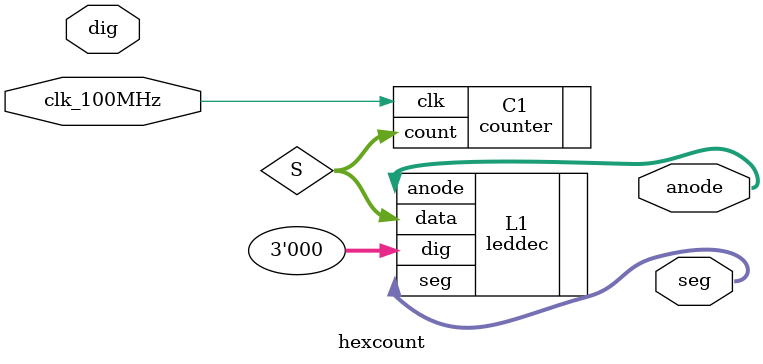
<source format=sv>
module hexcount (
    input logic [2:0] dig,
    input logic clk_100MHz,        // 100 MHz clock input
    output logic [7:0] anode,      // Anode outputs for the 7-segment displays
    output logic [6:0] seg         // Segment outputs for the 7-segment display
);

    // Counter component declaration
    logic [3:0] S; // Signal to hold the 4-bit counter value

    counter C1 (
        .clk(clk_100MHz), 
        .count(S)
    );

    // LED decoder component instantiation
    leddec L1 (
        .dig(3'b000), 
        .data(S), 
        .anode, 
        .seg
    );
endmodule
</source>
